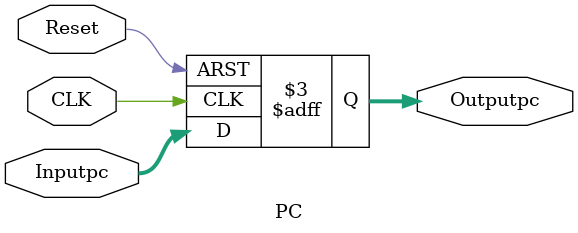
<source format=v>
`timescale 1ns / 1ps


 module PC(
    input CLK,
    input Reset,
    output [31:0] Outputpc,
    input [31:0] Inputpc
    );
    reg [31:0] Outputpc;
     always @(posedge CLK or negedge Reset)  
            begin  
                 if (Reset == 0) begin  
                         Outputpc <= 0;
                      end  
                 else begin
                      Outputpc = Inputpc; 
                end 
               end 
endmodule

</source>
